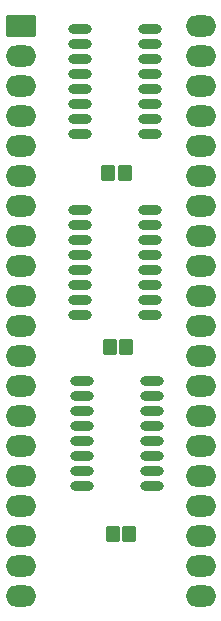
<source format=gbs>
G04 Layer: BottomSolderMaskLayer*
G04 EasyEDA v6.5.22, 2023-01-18 22:18:13*
G04 eba29598cffc45a1a2b09f1bfeec2ae0,7be1179030e74d40a97a3c751b95adb4,10*
G04 Gerber Generator version 0.2*
G04 Scale: 100 percent, Rotated: No, Reflected: No *
G04 Dimensions in millimeters *
G04 leading zeros omitted , absolute positions ,4 integer and 5 decimal *
%FSLAX45Y45*%
%MOMM*%

%AMMACRO1*1,1,$1,$2,$3*1,1,$1,$4,$5*1,1,$1,0-$2,0-$3*1,1,$1,0-$4,0-$5*20,1,$1,$2,$3,$4,$5,0*20,1,$1,$4,$5,0-$2,0-$3,0*20,1,$1,0-$2,0-$3,0-$4,0-$5,0*20,1,$1,0-$4,0-$5,$2,$3,0*4,1,4,$2,$3,$4,$5,0-$2,0-$3,0-$4,0-$5,$2,$3,0*%
%ADD10MACRO1,0.2032X0.5X0.55X-0.5X0.55*%
%ADD11O,2.0031963999999998X0.8031988000000001*%
%ADD12MACRO1,0.2032X-1.1989X0.8001X1.1989X0.8001*%
%ADD13O,2.6031952X1.8031968*%

%LPD*%
D10*
G01*
X2737010Y-3073401D03*
G01*
X2597010Y-3073401D03*
D11*
G01*
X2357120Y-2743200D03*
G01*
X2357120Y-2616200D03*
G01*
X2357120Y-2489200D03*
G01*
X2357120Y-2362200D03*
G01*
X2357120Y-2235200D03*
G01*
X2357120Y-2108200D03*
G01*
X2357120Y-1981200D03*
G01*
X2357120Y-1854200D03*
G01*
X2951479Y-2743200D03*
G01*
X2951479Y-2616200D03*
G01*
X2951479Y-2489200D03*
G01*
X2951479Y-2362200D03*
G01*
X2951479Y-2235200D03*
G01*
X2951479Y-2108200D03*
G01*
X2951479Y-1981200D03*
G01*
X2951479Y-1854200D03*
G01*
X2964179Y-4838700D03*
G01*
X2964179Y-4965700D03*
G01*
X2964179Y-5092700D03*
G01*
X2964179Y-5219700D03*
G01*
X2964179Y-5346700D03*
G01*
X2964179Y-5473700D03*
G01*
X2964179Y-5600700D03*
G01*
X2964179Y-5727700D03*
G01*
X2369820Y-4838700D03*
G01*
X2369820Y-4965700D03*
G01*
X2369820Y-5092700D03*
G01*
X2369820Y-5219700D03*
G01*
X2369820Y-5346700D03*
G01*
X2369820Y-5473700D03*
G01*
X2369820Y-5600700D03*
G01*
X2369820Y-5727700D03*
G01*
X2951479Y-3390900D03*
G01*
X2951479Y-3517900D03*
G01*
X2951479Y-3644900D03*
G01*
X2951479Y-3771900D03*
G01*
X2951479Y-3898900D03*
G01*
X2951479Y-4025900D03*
G01*
X2951479Y-4152900D03*
G01*
X2951479Y-4279900D03*
G01*
X2357120Y-3390900D03*
G01*
X2357120Y-3517900D03*
G01*
X2357120Y-3644900D03*
G01*
X2357120Y-3771900D03*
G01*
X2357120Y-3898900D03*
G01*
X2357120Y-4025900D03*
G01*
X2357120Y-4152900D03*
G01*
X2357120Y-4279900D03*
D10*
G01*
X2775110Y-6134101D03*
G01*
X2635110Y-6134101D03*
G01*
X2749710Y-4546601D03*
G01*
X2609710Y-4546601D03*
D12*
G01*
X1854200Y-1828800D03*
D13*
G01*
X3378200Y-6654800D03*
G01*
X1854200Y-2082800D03*
G01*
X3378200Y-6400800D03*
G01*
X1854200Y-2336800D03*
G01*
X3378200Y-6146800D03*
G01*
X1854200Y-2590800D03*
G01*
X3378200Y-5892800D03*
G01*
X1854200Y-2844800D03*
G01*
X3378200Y-5638800D03*
G01*
X1854200Y-3098800D03*
G01*
X3378200Y-5384800D03*
G01*
X1854200Y-3352800D03*
G01*
X3378200Y-5130800D03*
G01*
X1854200Y-3606800D03*
G01*
X3378200Y-4876800D03*
G01*
X1854200Y-3860800D03*
G01*
X3378200Y-4622800D03*
G01*
X1854200Y-4114800D03*
G01*
X3378200Y-4368800D03*
G01*
X1854200Y-4368800D03*
G01*
X3378200Y-4114800D03*
G01*
X1854200Y-4622800D03*
G01*
X3378200Y-3860800D03*
G01*
X1854200Y-4876800D03*
G01*
X3378200Y-3606800D03*
G01*
X1854200Y-5130800D03*
G01*
X3378200Y-3352800D03*
G01*
X1854200Y-5384800D03*
G01*
X3378200Y-3098800D03*
G01*
X1854200Y-5638800D03*
G01*
X3378200Y-2844800D03*
G01*
X1854200Y-5892800D03*
G01*
X3378200Y-2590800D03*
G01*
X1854200Y-6146800D03*
G01*
X3378200Y-2336800D03*
G01*
X1854200Y-6400800D03*
G01*
X3378200Y-2082800D03*
G01*
X1854200Y-6654800D03*
G01*
X3378200Y-1828800D03*
M02*

</source>
